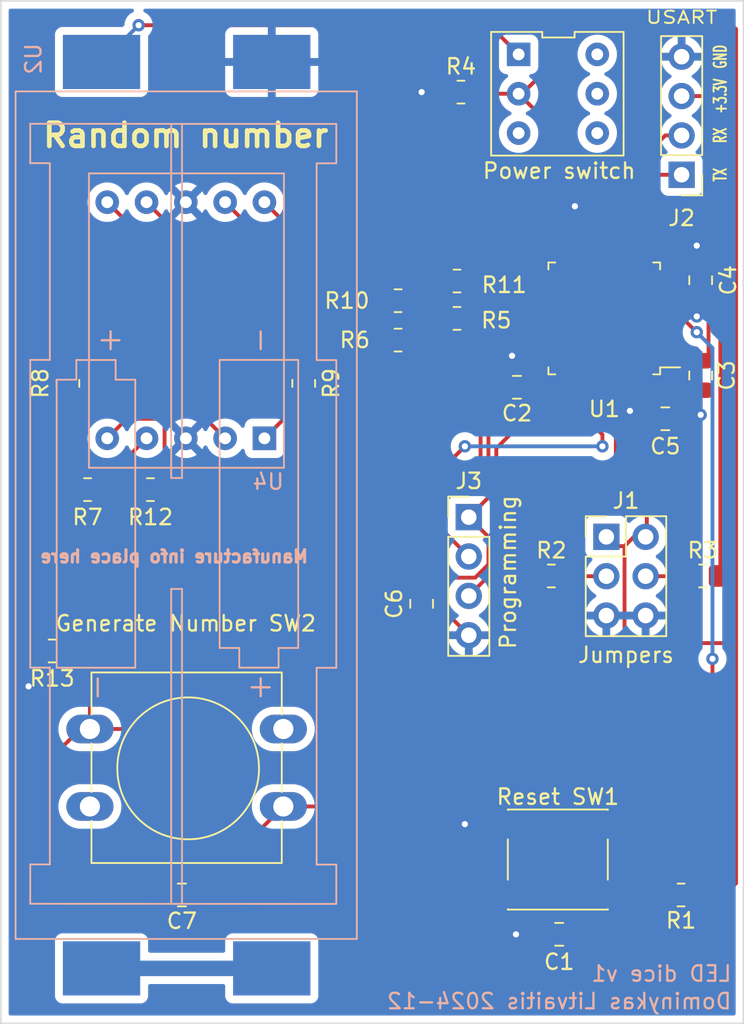
<source format=kicad_pcb>
(kicad_pcb (version 20211014) (generator pcbnew)
  (layers (0 "F.Cu" signal) (31 "B.Cu" signal) (34 "B.Paste" user) (35 "F.Paste" user) (36 "B.SilkS" user "B.Silkscreen") (37 "F.SilkS" user "F.Silkscreen") (38 "B.Mask" user) (39 "F.Mask" user) (44 "Edge.Cuts" user))
  (net 0 "")
  (net 1 "/NRST")
  (net 2 "GND")
  (net 3 "+3.3V")
  (net 4 "/PC13")
  (net 5 "/PC14")
  (net 6 "/PC15")
  (net 7 "/PD0")
  (net 8 "/PD1")
  (net 9 "/PA0")
  (net 10 "/PA1")
  (net 11 "/PA2")
  (net 12 "/PA3")
  (net 13 "/PA4")
  (net 14 "/PA5")
  (net 15 "/PA6")
  (net 16 "/PA7")
  (net 17 "/PB0")
  (net 18 "/PB1")
  (net 19 "Net-(J1-Pad3)")
  (net 20 "/PB12")
  (net 21 "/PB13")
  (net 22 "/PB14")
  (net 23 "/PB15")
  (net 24 "/PA8")
  (net 25 "/PA9")
  (net 26 "/PA10")
  (net 27 "/PA11")
  (net 28 "/PA12")
  (net 29 "Net-(J1-Pad4)")
  (net 30 "/SWDIO")
  (net 31 "/PA15")
  (net 32 "/PB3")
  (net 33 "/PB4")
  (net 34 "/PB5")
  (net 35 "/PB6")
  (net 36 "/PB7")
  (net 37 "/BOOT0")
  (net 38 "/PB8")
  (net 39 "/PB9")
  (net 40 "/SWDCLOCK")
  (net 41 "/BOOT1")
  (net 42 "Net-(R12-Pad2)")
  (net 43 "Net-(R5-Pad2)")
  (net 44 "Net-(R6-Pad2)")
  (net 45 "Net-(R7-Pad2)")
  (net 46 "Net-(R8-Pad2)")
  (net 47 "Net-(R9-Pad2)")
  (net 48 "Net-(R10-Pad2)")
  (net 49 "Net-(R11-Pad2)")
  (net 50 "Net-(U2-Pad2)")
  (net 51 "Net-(U2-Pad4)")
  (net 56 "/USART3_TX")
  (net 57 "/USART3_RX")
  (footprint "Capacitor_SMD:C_0805_2012Metric" (layer "F.Cu") (at 193.36 75.946 180)
    (fp_text reference "C2" (at 0 -1.68) (layer "F.SilkS"))
    (fp_text value "C104" hide)
    (pad "1" smd roundrect (at -0.95 0 180) (size 1 1.45) (layers "F.Cu" "F.Paste" "F.Mask") (net 3 "+3.3V"))
    (pad "2" smd roundrect (at 0.95 0 180) (size 1 1.45) (layers "F.Cu" "F.Paste" "F.Mask") (net 2 "GND"))
  )
  (footprint "Resistor_SMD:R_0805_2012Metric" (layer "F.Cu") (at 189.738 56.896)
    (fp_text reference "R4" (at 0 -1.65) (layer "F.SilkS"))
    (fp_text value "10k" hide)
    (pad "1" smd roundrect (at -0.9125 0) (size 1.025 1.4) (layers "F.Cu" "F.Paste" "F.Mask") (roundrect_rratio 0.243902439) (net 2 "GND"))
    (pad "2" smd roundrect (at 0.9125 0) (size 1.025 1.4) (layers "F.Cu" "F.Paste" "F.Mask") (roundrect_rratio 0.243902439) (net 3 "+3.3V"))
  )
  (footprint "Resistor_SMD:R_0805_2012Metric" (layer "F.Cu") (at 179.578 75.692 -90)
    (fp_text reference "R9" (at 0 -1.778 90) (layer "F.SilkS"))
    (fp_text value "330R" hide)
    (pad "1" smd roundrect (at -0.9125 0 270) (size 1.025 1.4) (layers "F.Cu" "F.Paste" "F.Mask") (roundrect_rratio 0.243902439) (net 23 "/PB15"))
    (pad "2" smd roundrect (at 0.9125 0 270) (size 1.025 1.4) (layers "F.Cu" "F.Paste" "F.Mask") (roundrect_rratio 0.243902439) (net 47 "Net-(R9-Pad2)"))
  )
  (footprint "Resistor_SMD:R_0805_2012Metric" (layer "F.Cu") (at 165.608 82.55)
    (fp_text reference "R7" (at 0 1.778) (layer "F.SilkS"))
    (fp_text value "330R" hide)
    (pad "1" smd roundrect (at -0.9125 0) (size 1.025 1.4) (layers "F.Cu" "F.Paste" "F.Mask") (roundrect_rratio 0.243902439) (net 21 "/PB13"))
    (pad "2" smd roundrect (at 0.9125 0) (size 1.025 1.4) (layers "F.Cu" "F.Paste" "F.Mask") (roundrect_rratio 0.243902439) (net 45 "Net-(R7-Pad2)"))
  )
  (footprint "Resistor_SMD:R_0805_2012Metric" (layer "F.Cu") (at 185.674 70.358 180)
    (fp_text reference "R10" (at 3.302 0) (layer "F.SilkS"))
    (fp_text value "330R" hide)
    (pad "1" smd roundrect (at -0.9125 0 180) (size 1.025 1.4) (layers "F.Cu" "F.Paste" "F.Mask") (roundrect_rratio 0.243902439) (net 25 "/PA9"))
    (pad "2" smd roundrect (at 0.9125 0 180) (size 1.025 1.4) (layers "F.Cu" "F.Paste" "F.Mask") (roundrect_rratio 0.243902439) (net 48 "Net-(R10-Pad2)"))
  )
  (footprint "Capacitor_SMD:C_0805_2012Metric" (layer "F.Cu") (at 205.232 75.184 -90)
    (fp_text reference "C3" (at 0 -1.68 90) (layer "F.SilkS"))
    (fp_text value "C104" hide)
    (pad "1" smd roundrect (at -0.95 0 270) (size 1 1.45) (layers "F.Cu" "F.Paste" "F.Mask") (net 3 "+3.3V"))
    (pad "2" smd roundrect (at 0.95 0 270) (size 1 1.45) (layers "F.Cu" "F.Paste" "F.Mask") (net 2 "GND"))
  )
  (footprint "Resistor_SMD:R_0805_2012Metric" (layer "F.Cu") (at 163.322 92.964)
    (fp_text reference "R13" (at 0 1.778) (layer "F.SilkS"))
    (fp_text value "10k" hide)
    (pad "1" smd roundrect (at -0.9125 0) (size 1.025 1.4) (layers "F.Cu" "F.Paste" "F.Mask") (roundrect_rratio 0.243902439) (net 2 "GND"))
    (pad "2" smd roundrect (at 0.9125 0) (size 1.025 1.4) (layers "F.Cu" "F.Paste" "F.Mask") (roundrect_rratio 0.243902439) (net 35 "/PB6"))
  )
  (footprint "Resistor_SMD:R_0805_2012Metric" (layer "F.Cu") (at 185.674 72.898 180)
    (fp_text reference "R6" (at 2.794 0) (layer "F.SilkS"))
    (fp_text value "330R" hide)
    (pad "1" smd roundrect (at -0.9125 0 180) (size 1.025 1.4) (layers "F.Cu" "F.Paste" "F.Mask") (roundrect_rratio 0.243902439) (net 27 "/PA11"))
    (pad "2" smd roundrect (at 0.9125 0 180) (size 1.025 1.4) (layers "F.Cu" "F.Paste" "F.Mask") (roundrect_rratio 0.243902439) (net 44 "Net-(R6-Pad2)"))
  )
  (footprint "Resistor_SMD:R_0805_2012Metric" (layer "F.Cu") (at 205.3595 88.123)
    (fp_text reference "R3" (at 0 -1.65) (layer "F.SilkS"))
    (fp_text value "100k" hide)
    (pad "1" smd roundrect (at -0.9125 0) (size 1.025 1.4) (layers "F.Cu" "F.Paste" "F.Mask") (roundrect_rratio 0.243902439) (net 29 "Net-(J1-Pad4)"))
    (pad "2" smd roundrect (at 0.9125 0) (size 1.025 1.4) (layers "F.Cu" "F.Paste" "F.Mask") (roundrect_rratio 0.243902439) (net 41 "/BOOT1"))
  )
  (footprint "Resistor_SMD:R_0805_2012Metric" (layer "F.Cu") (at 189.484 69.088 180)
    (fp_text reference "R11" (at -3.048 -0.254) (layer "F.SilkS"))
    (fp_text value "330R" hide)
    (pad "1" smd roundrect (at -0.9125 0 180) (size 1.025 1.4) (layers "F.Cu" "F.Paste" "F.Mask") (roundrect_rratio 0.243902439) (net 24 "/PA8"))
    (pad "2" smd roundrect (at 0.9125 0 180) (size 1.025 1.4) (layers "F.Cu" "F.Paste" "F.Mask") (roundrect_rratio 0.243902439) (net 49 "Net-(R11-Pad2)"))
  )
  (footprint "Connector_PinHeader_2.54mm:PinHeader_1x04_P2.54mm_Vertical" (layer "F.Cu") (at 204 62.23 180)
    (fp_text reference "J2" (at 0 -2.794) (layer "F.SilkS"))
    (fp_text value "USART" (at 0 10.16) (layer "F.SilkS") (effects (font (size 0.8 1) (thickness 0.125))))
    (pad "1" thru_hole rect (at 0 0 180) (size 1.7 1.7) (drill 1) (layers *.Cu *.Mask) (net 56 "/USART3_TX"))
    (pad "2" thru_hole oval (at 0 2.54 180) (size 1.7 1.7) (drill 1) (layers *.Cu *.Mask) (net 57 "/USART3_RX"))
    (pad "3" thru_hole oval (at 0 5.08 180) (size 1.7 1.7) (drill 1) (layers *.Cu *.Mask) (net 3 "+3.3V"))
    (pad "4" thru_hole oval (at 0 7.62 180) (size 1.7 1.7) (drill 1) (layers *.Cu *.Mask) (net 2 "GND"))
  )
  (footprint "Resistor_SMD:R_0805_2012Metric" (layer "F.Cu") (at 164.338 75.692 -90)
    (fp_text reference "R8" (at 0 1.778 90) (layer "F.SilkS"))
    (fp_text value "330R" hide)
    (pad "1" smd roundrect (at -0.9125 0 270) (size 1.025 1.4) (layers "F.Cu" "F.Paste" "F.Mask") (roundrect_rratio 0.243902439) (net 22 "/PB14"))
    (pad "2" smd roundrect (at 0.9125 0 270) (size 1.025 1.4) (layers "F.Cu" "F.Paste" "F.Mask") (roundrect_rratio 0.243902439) (net 46 "Net-(R8-Pad2)"))
  )
  (footprint "Connector_PinHeader_2.54mm:PinHeader_2x03_P2.54mm_Vertical" (layer "F.Cu") (at 199.136 85.598)
    (fp_text reference "J1" (at 1.27 -2.33) (layer "F.SilkS"))
    (fp_text value "STM32_BOOT_Header_2x3" hide)
    (pad "1" thru_hole rect (at 0 0) (size 1.7 1.7) (drill 1) (layers *.Cu *.Mask) (net 3 "+3.3V"))
    (pad "2" thru_hole oval (at 2.54 0) (size 1.7 1.7) (drill 1) (layers *.Cu *.Mask) (net 3 "+3.3V"))
    (pad "3" thru_hole oval (at 0 2.54) (size 1.7 1.7) (drill 1) (layers *.Cu *.Mask) (net 19 "Net-(J1-Pad3)"))
    (pad "4" thru_hole oval (at 2.54 2.54) (size 1.7 1.7) (drill 1) (layers *.Cu *.Mask) (net 29 "Net-(J1-Pad4)"))
    (pad "5" thru_hole oval (at 0 5.08) (size 1.7 1.7) (drill 1) (layers *.Cu *.Mask) (net 2 "GND"))
    (pad "6" thru_hole oval (at 2.54 5.08) (size 1.7 1.7) (drill 1) (layers *.Cu *.Mask) (net 2 "GND"))
  )
  (footprint "Button_Switch_THT:SW_PUSH-12mm" (layer "F.Cu") (at 165.76 98)
    (fp_text reference "Generate Number SW2" (at 6.198 -6.814) (layer "F.SilkS"))
    (fp_text value "SW_Push" hide)
    (pad "1" thru_hole oval (at 12.5 0) (size 3.048 1.85) (drill 1.3) (layers *.Cu *.Mask) (net 35 "/PB6"))
    (pad "1" thru_hole oval (at 0 0) (size 3.048 1.85) (drill 1.3) (layers *.Cu *.Mask) (net 35 "/PB6"))
    (pad "2" thru_hole oval (at 12.5 5) (size 3.048 1.85) (drill 1.3) (layers *.Cu *.Mask) (net 3 "+3.3V"))
    (pad "2" thru_hole oval (at 0 5) (size 3.048 1.85) (drill 1.3) (layers *.Cu *.Mask) (net 3 "+3.3V"))
  )
  (footprint "Capacitor_SMD:C_0805_2012Metric" (layer "F.Cu") (at 202.946 77.978)
    (fp_text reference "C5" (at 0 1.778) (layer "F.SilkS"))
    (fp_text value "C104" hide)
    (pad "1" smd roundrect (at -0.95 0) (size 1 1.45) (layers "F.Cu" "F.Paste" "F.Mask") (net 3 "+3.3V"))
    (pad "2" smd roundrect (at 0.95 0) (size 1 1.45) (layers "F.Cu" "F.Paste" "F.Mask") (net 2 "GND"))
  )
  (footprint "Resistor_SMD:R_0805_2012Metric" (layer "F.Cu") (at 203.962 108.712 180)
    (fp_text reference "R1" (at 0 -1.65) (layer "F.SilkS"))
    (fp_text value "10k" hide)
    (pad "1" smd roundrect (at -0.9125 0 180) (size 1.025 1.4) (layers "F.Cu" "F.Paste" "F.Mask") (roundrect_rratio 0.243902439) (net 3 "+3.3V"))
    (pad "2" smd roundrect (at 0.9125 0 180) (size 1.025 1.4) (layers "F.Cu" "F.Paste" "F.Mask") (roundrect_rratio 0.243902439) (net 1 "/NRST"))
  )
  (footprint "Capacitor_SMD:C_0805_2012Metric" (layer "F.Cu") (at 205.232 69.038 90)
    (fp_text reference "C4" (at 0 1.778 90) (layer "F.SilkS"))
    (fp_text value "C104" hide)
    (pad "1" smd roundrect (at -0.95 0 90) (size 1 1.45) (layers "F.Cu" "F.Paste" "F.Mask") (net 3 "+3.3V"))
    (pad "2" smd roundrect (at 0.95 0 90) (size 1 1.45) (layers "F.Cu" "F.Paste" "F.Mask") (net 2 "GND"))
  )
  (footprint "Package_QFP:LQFP-48_7x7mm_P0.5mm" (layer "F.Cu") (at 199 71.5 180)
    (fp_text reference "U1" (at 0 -5.85) (layer "F.SilkS"))
    (fp_text value "STM32F103C8Tx" hide)
    (pad "1" smd roundrect (at -4.1625 -2.75 180) (size 1.475 0.3) (layers "F.Cu" "F.Paste" "F.Mask") (net 3 "+3.3V"))
    (pad "2" smd roundrect (at -4.1625 -2.25 180) (size 1.475 0.3) (layers "F.Cu" "F.Paste" "F.Mask") (net 4 "/PC13"))
    (pad "3" smd roundrect (at -4.1625 -1.75 180) (size 1.475 0.3) (layers "F.Cu" "F.Paste" "F.Mask") (net 5 "/PC14"))
    (pad "4" smd roundrect (at -4.1625 -1.25 180) (size 1.475 0.3) (layers "F.Cu" "F.Paste" "F.Mask") (net 6 "/PC15"))
    (pad "5" smd roundrect (at -4.1625 -0.75 180) (size 1.475 0.3) (layers "F.Cu" "F.Paste" "F.Mask") (net 7 "/PD0"))
    (pad "6" smd roundrect (at -4.1625 -0.25 180) (size 1.475 0.3) (layers "F.Cu" "F.Paste" "F.Mask") (net 8 "/PD1"))
    (pad "7" smd roundrect (at -4.1625 0.25 180) (size 1.475 0.3) (layers "F.Cu" "F.Paste" "F.Mask") (net 1 "/NRST"))
    (pad "8" smd roundrect (at -4.1625 0.75 180) (size 1.475 0.3) (layers "F.Cu" "F.Paste" "F.Mask") (net 2 "GND"))
    (pad "9" smd roundrect (at -4.1625 1.25 180) (size 1.475 0.3) (layers "F.Cu" "F.Paste" "F.Mask") (net 3 "+3.3V"))
    (pad "10" smd roundrect (at -4.1625 1.75 180) (size 1.475 0.3) (layers "F.Cu" "F.Paste" "F.Mask") (net 9 "/PA0"))
    (pad "11" smd roundrect (at -4.1625 2.25 180) (size 1.475 0.3) (layers "F.Cu" "F.Paste" "F.Mask") (net 10 "/PA1"))
    (pad "12" smd roundrect (at -4.1625 2.75 180) (size 1.475 0.3) (layers "F.Cu" "F.Paste" "F.Mask") (net 11 "/PA2"))
    (pad "13" smd roundrect (at -2.75 4.1625 180) (size 0.3 1.475) (layers "F.Cu" "F.Paste" "F.Mask") (net 12 "/PA3"))
    (pad "14" smd roundrect (at -2.25 4.1625 180) (size 0.3 1.475) (layers "F.Cu" "F.Paste" "F.Mask") (net 13 "/PA4"))
    (pad "15" smd roundrect (at -1.75 4.1625 180) (size 0.3 1.475) (layers "F.Cu" "F.Paste" "F.Mask") (net 14 "/PA5"))
    (pad "16" smd roundrect (at -1.25 4.1625 180) (size 0.3 1.475) (layers "F.Cu" "F.Paste" "F.Mask") (net 15 "/PA6"))
    (pad "17" smd roundrect (at -0.75 4.1625 180) (size 0.3 1.475) (layers "F.Cu" "F.Paste" "F.Mask") (net 16 "/PA7"))
    (pad "18" smd roundrect (at -0.25 4.1625 180) (size 0.3 1.475) (layers "F.Cu" "F.Paste" "F.Mask") (net 17 "/PB0"))
    (pad "19" smd roundrect (at 0.25 4.1625 180) (size 0.3 1.475) (layers "F.Cu" "F.Paste" "F.Mask") (net 18 "/PB1"))
    (pad "20" smd roundrect (at 0.75 4.1625 180) (size 0.3 1.475) (layers "F.Cu" "F.Paste" "F.Mask") (net 41 "/BOOT1"))
    (pad "21" smd roundrect (at 1.25 4.1625 180) (size 0.3 1.475) (layers "F.Cu" "F.Paste" "F.Mask") (net 56 "/USART3_TX"))
    (pad "22" smd roundrect (at 1.75 4.1625 180) (size 0.3 1.475) (layers "F.Cu" "F.Paste" "F.Mask") (net 57 "/USART3_RX"))
    (pad "23" smd roundrect (at 2.25 4.1625 180) (size 0.3 1.475) (layers "F.Cu" "F.Paste" "F.Mask") (net 2 "GND"))
    (pad "24" smd roundrect (at 2.75 4.1625 180) (size 0.3 1.475) (layers "F.Cu" "F.Paste" "F.Mask") (net 3 "+3.3V"))
    (pad "25" smd roundrect (at 4.1625 2.75 180) (size 1.475 0.3) (layers "F.Cu" "F.Paste" "F.Mask") (net 20 "/PB12"))
    (pad "26" smd roundrect (at 4.1625 2.25 180) (size 1.475 0.3) (layers "F.Cu" "F.Paste" "F.Mask") (net 21 "/PB13"))
    (pad "27" smd roundrect (at 4.1625 1.75 180) (size 1.475 0.3) (layers "F.Cu" "F.Paste" "F.Mask") (net 22 "/PB14"))
    (pad "28" smd roundrect (at 4.1625 1.25 180) (size 1.475 0.3) (layers "F.Cu" "F.Paste" "F.Mask") (net 23 "/PB15"))
    (pad "29" smd roundrect (at 4.1625 0.75 180) (size 1.475 0.3) (layers "F.Cu" "F.Paste" "F.Mask") (net 24 "/PA8"))
    (pad "30" smd roundrect (at 4.1625 0.25 180) (size 1.475 0.3) (layers "F.Cu" "F.Paste" "F.Mask") (net 25 "/PA9"))
    (pad "31" smd roundrect (at 4.1625 -0.25 180) (size 1.475 0.3) (layers "F.Cu" "F.Paste" "F.Mask") (net 26 "/PA10"))
    (pad "32" smd roundrect (at 4.1625 -0.75 180) (size 1.475 0.3) (layers "F.Cu" "F.Paste" "F.Mask") (net 27 "/PA11"))
    (pad "33" smd roundrect (at 4.1625 -1.25 180) (size 1.475 0.3) (layers "F.Cu" "F.Paste" "F.Mask") (net 28 "/PA12"))
    (pad "34" smd roundrect (at 4.1625 -1.75 180) (size 1.475 0.3) (layers "F.Cu" "F.Paste" "F.Mask") (net 30 "/SWDIO"))
    (pad "35" smd roundrect (at 4.1625 -2.25 180) (size 1.475 0.3) (layers "F.Cu" "F.Paste" "F.Mask") (net 2 "GND"))
    (pad "36" smd roundrect (at 4.1625 -2.75 180) (size 1.475 0.3) (layers "F.Cu" "F.Paste" "F.Mask") (net 3 "+3.3V"))
    (pad "37" smd roundrect (at 2.75 -4.1625 180) (size 0.3 1.475) (layers "F.Cu" "F.Paste" "F.Mask") (net 40 "/SWDCLOCK"))
    (pad "38" smd roundrect (at 2.25 -4.1625 180) (size 0.3 1.475) (layers "F.Cu" "F.Paste" "F.Mask") (net 31 "/PA15"))
    (pad "39" smd roundrect (at 1.75 -4.1625 180) (size 0.3 1.475) (layers "F.Cu" "F.Paste" "F.Mask") (net 32 "/PB3"))
    (pad "40" smd roundrect (at 1.25 -4.1625 180) (size 0.3 1.475) (layers "F.Cu" "F.Paste" "F.Mask") (net 33 "/PB4"))
    (pad "41" smd roundrect (at 0.75 -4.1625 180) (size 0.3 1.475) (layers "F.Cu" "F.Paste" "F.Mask") (net 34 "/PB5"))
    (pad "42" smd roundrect (at 0.25 -4.1625 180) (size 0.3 1.475) (layers "F.Cu" "F.Paste" "F.Mask") (net 35 "/PB6"))
    (pad "43" smd roundrect (at -0.25 -4.1625 180) (size 0.3 1.475) (layers "F.Cu" "F.Paste" "F.Mask") (net 36 "/PB7"))
    (pad "44" smd roundrect (at -0.75 -4.1625 180) (size 0.3 1.475) (layers "F.Cu" "F.Paste" "F.Mask") (net 37 "/BOOT0"))
    (pad "45" smd roundrect (at -1.25 -4.1625 180) (size 0.3 1.475) (layers "F.Cu" "F.Paste" "F.Mask") (net 38 "/PB8"))
    (pad "46" smd roundrect (at -1.75 -4.1625 180) (size 0.3 1.475) (layers "F.Cu" "F.Paste" "F.Mask") (net 39 "/PB9"))
    (pad "47" smd roundrect (at -2.25 -4.1625 180) (size 0.3 1.475) (layers "F.Cu" "F.Paste" "F.Mask") (net 2 "GND"))
    (pad "48" smd roundrect (at -2.75 -4.1625 180) (size 0.3 1.475) (layers "F.Cu" "F.Paste" "F.Mask") (net 3 "+3.3V"))
  )
  (footprint "Resistor_SMD:R_0805_2012Metric" (layer "F.Cu") (at 189.484 71.5 180)
    (fp_text reference "R5" (at -2.54 -0.128) (layer "F.SilkS"))
    (fp_text value "330R" hide)
    (pad "1" smd roundrect (at -0.9125 0 180) (size 1.025 1.4) (layers "F.Cu" "F.Paste" "F.Mask") (roundrect_rratio 0.243902439) (net 26 "/PA10"))
    (pad "2" smd roundrect (at 0.9125 0 180) (size 1.025 1.4) (layers "F.Cu" "F.Paste" "F.Mask") (roundrect_rratio 0.243902439) (net 43 "Net-(R5-Pad2)"))
  )
  (footprint "Resistor_SMD:R_0805_2012Metric" (layer "F.Cu") (at 169.672 82.55)
    (fp_text reference "R12" (at 0 1.778) (layer "F.SilkS"))
    (fp_text value "330R" hide)
    (pad "1" smd roundrect (at -0.9125 0) (size 1.025 1.4) (layers "F.Cu" "F.Paste" "F.Mask") (roundrect_rratio 0.243902439) (net 20 "/PB12"))
    (pad "2" smd roundrect (at 0.9125 0) (size 1.025 1.4) (layers "F.Cu" "F.Paste" "F.Mask") (roundrect_rratio 0.243902439) (net 42 "Net-(R12-Pad2)"))
  )
  (footprint "Button_Switch_SMD:SW_Push_1P1T_NO_6x6mm_H9.5mm" (layer "F.Cu") (at 196 106.426)
    (fp_text reference "Reset SW1" (at 0 -4.05) (layer "F.SilkS"))
    (fp_text value "SW_Push" hide)
    (pad "1" smd rect (at -3.975 -2.25) (size 1.55 1.3) (layers "F.Cu" "F.Paste" "F.Mask") (net 2 "GND"))
    (pad "1" smd rect (at 3.975 -2.25) (size 1.55 1.3) (layers "F.Cu" "F.Paste" "F.Mask") (net 2 "GND"))
    (pad "2" smd rect (at -3.975 2.25) (size 1.55 1.3) (layers "F.Cu" "F.Paste" "F.Mask") (net 1 "/NRST"))
    (pad "2" smd rect (at 3.975 2.25) (size 1.55 1.3) (layers "F.Cu" "F.Paste" "F.Mask") (net 1 "/NRST"))
  )
  (footprint "Capacitor_SMD:C_0805_2012Metric" (layer "F.Cu") (at 171.704 108.712 180)
    (fp_text reference "C7" (at 0 -1.68) (layer "F.SilkS"))
    (fp_text value "105" hide)
    (pad "1" smd roundrect (at -0.95 0 180) (size 1 1.45) (layers "F.Cu" "F.Paste" "F.Mask") (net 3 "+3.3V"))
    (pad "2" smd roundrect (at 0.95 0 180) (size 1 1.45) (layers "F.Cu" "F.Paste" "F.Mask") (net 35 "/PB6"))
  )
  (footprint "Capacitor_SMD:C_0805_2012Metric" (layer "F.Cu") (at 196.088 111.252 180)
    (fp_text reference "C1" (at 0 -1.778) (layer "F.SilkS"))
    (fp_text value "105" hide)
    (pad "1" smd roundrect (at -0.95 0 180) (size 1 1.45) (layers "F.Cu" "F.Paste" "F.Mask") (net 1 "/NRST"))
    (pad "2" smd roundrect (at 0.95 0 180) (size 1 1.45) (layers "F.Cu" "F.Paste" "F.Mask") (net 2 "GND"))
  )
  (footprint "Connector_PinHeader_2.54mm:PinHeader_1x04_P2.54mm_Vertical" (layer "F.Cu") (at 190.246 84.328)
    (fp_text reference "J3" (at 0 -2.33) (layer "F.SilkS"))
    (fp_text value "STM32_Programming_Header_4" hide)
    (pad "1" thru_hole rect (at 0 0) (size 1.7 1.7) (drill 1) (layers *.Cu *.Mask) (net 3 "+3.3V"))
    (pad "2" thru_hole oval (at 0 2.54) (size 1.7 1.7) (drill 1) (layers *.Cu *.Mask) (net 30 "/SWDIO"))
    (pad "3" thru_hole oval (at 0 5.08) (size 1.7 1.7) (drill 1) (layers *.Cu *.Mask) (net 40 "/SWDCLOCK"))
    (pad "4" thru_hole oval (at 0 7.62) (size 1.7 1.7) (drill 1) (layers *.Cu *.Mask) (net 2 "GND"))
  )
  (footprint "Capacitor_SMD:C_0805_2012Metric" (layer "F.Cu") (at 187.198 89.916 -90)
    (fp_text reference "C6" (at 0 1.778 90) (layer "F.SilkS"))
    (fp_text value "105" hide)
    (pad "1" smd roundrect (at -0.95 0 270) (size 1 1.45) (layers "F.Cu" "F.Paste" "F.Mask") (net 3 "+3.3V"))
    (pad "2" smd roundrect (at 0.95 0 270) (size 1 1.45) (layers "F.Cu" "F.Paste" "F.Mask") (net 2 "GND"))
  )
  (footprint "Resistor_SMD:R_0805_2012Metric" (layer "F.Cu") (at 195.58 88.123)
    (fp_text reference "R2" (at 0 -1.65) (layer "F.SilkS"))
    (fp_text value "100k" hide)
    (pad "1" smd roundrect (at -0.9125 0) (size 1.025 1.4) (layers "F.Cu" "F.Paste" "F.Mask") (roundrect_rratio 0.243902439) (net 37 "/BOOT0"))
    (pad "2" smd roundrect (at 0.9125 0) (size 1.025 1.4) (layers "F.Cu" "F.Paste" "F.Mask") (roundrect_rratio 0.243902439) (net 19 "Net-(J1-Pad3)"))
  )
  (footprint "1_DL:SW_DPDT_XLX" (layer "F.Cu") (at 195.5 57 -90)
    (fp_text reference "U3" hide)
    (fp_text value "SW_DPDT_XLX" hide)
    (pad "1" thru_hole rect (at -2.54 2.032 270) (size 1.524 1.524) (drill 0.762) (layers *.Cu *.Mask) (net 51 "Net-(U2-Pad4)"))
    (pad "2" thru_hole circle (at 0 2.032 270) (size 1.524 1.524) (drill 0.762) (layers *.Cu *.Mask) (net 3 "+3.3V"))
    (pad "3" thru_hole circle (at 2.54 2.032 270) (size 1.524 1.524) (drill 0.762) (layers *.Cu *.Mask))
    (pad "4" thru_hole circle (at 2.54 -3.048 270) (size 1.524 1.524) (drill 0.762) (layers *.Cu *.Mask))
    (pad "5" thru_hole circle (at 0 -3.048 270) (size 1.524 1.524) (drill 0.762) (layers *.Cu *.Mask))
    (pad "6" thru_hole circle (at -2.54 -3.048 270) (size 1.524 1.524) (drill 0.762) (layers *.Cu *.Mask))
  )
  (footprint "1_DL:7_Seg_5161AS" (layer "B.Cu") (at 177.04 79.24 180)
    (fp_text reference "U4" (at -0.252 -2.802 unlocked) (layer "B.SilkS") (effects (justify mirror)))
    (fp_text value "7_seg_5161AS_CC" hide)
    (pad "1" thru_hole rect (at 0 0 180) (size 1.524 1.524) (drill 0.762) (layers *.Cu *.Mask) (net 47 "Net-(R9-Pad2)"))
    (pad "2" thru_hole circle (at 2.54 0 180) (size 1.524 1.524) (drill 0.762) (layers *.Cu *.Mask) (net 46 "Net-(R8-Pad2)"))
    (pad "3" thru_hole circle (at 5.08 0 180) (size 1.524 1.524) (drill 0.762) (layers *.Cu *.Mask) (net 2 "GND"))
    (pad "4" thru_hole circle (at 7.62 0 180) (size 1.524 1.524) (drill 0.762) (layers *.Cu *.Mask) (net 45 "Net-(R7-Pad2)"))
    (pad "5" thru_hole circle (at 10.16 0 180) (size 1.524 1.524) (drill 0.762) (layers *.Cu *.Mask) (net 42 "Net-(R12-Pad2)"))
    (pad "6" thru_hole circle (at 10.16 15.24 180) (size 1.524 1.524) (drill 0.762) (layers *.Cu *.Mask) (net 44 "Net-(R6-Pad2)"))
    (pad "7" thru_hole circle (at 7.62 15.24 180) (size 1.524 1.524) (drill 0.762) (layers *.Cu *.Mask) (net 43 "Net-(R5-Pad2)"))
    (pad "8" thru_hole circle (at 5.08 15.24 180) (size 1.524 1.524) (drill 0.762) (layers *.Cu *.Mask) (net 2 "GND"))
    (pad "9" thru_hole circle (at 2.54 15.24 180) (size 1.524 1.524) (drill 0.762) (layers *.Cu *.Mask) (net 48 "Net-(R10-Pad2)"))
    (pad "10" thru_hole circle (at 0 15.24 180) (size 1.524 1.524) (drill 0.762) (layers *.Cu *.Mask) (net 49 "Net-(R11-Pad2)"))
  )
  (footprint "1_DL:2xAAA_Battery_Holder_SMD" (layer "B.Cu") (at 167.0125 59.55 -90)
    (fp_text reference "U2" (at -4.8 4.9 90) (layer "B.SilkS") (effects (justify mirror)))
    (fp_text value "1023")
    (fp_text user "-" (at 13.36 -9.67 90) (layer "B.SilkS") (effects (font (size 1.5 1.5)) (justify mirror)))
    (fp_text user "-" (at 35.765 0.86 90) (layer "B.SilkS") (effects (font (size 1.5 1.5)) (justify mirror)))
    (fp_text user "+" (at 35.76 -9.67 90) (layer "B.SilkS") (effects (font (size 1.5 1.5)) (justify mirror)))
    (fp_text user "+" (at 13.36 0.03 90) (layer "B.SilkS") (effects (font (size 1.5 1.5)) (justify mirror)))
    (pad "1" smd rect (at -4.6 -10.5 270) (size 3.5 5) (layers "B.Cu" "B.Paste" "B.Mask") (net 2 "GND"))
    (pad "2" smd rect (at 53.9 -10.5 270) (size 3.5 5) (layers "B.Cu" "B.Paste" "B.Mask") (net 50 "Net-(U2-Pad2)"))
    (pad "3" smd rect (at 53.9 0.5 270) (size 3.5 5) (layers "B.Cu" "B.Paste" "B.Mask") (net 50 "Net-(U2-Pad2)"))
    (pad "4" smd rect (at -4.6 0.5 270) (size 3.5 5) (layers "B.Cu" "B.Paste" "B.Mask") (net 51 "Net-(U2-Pad4)"))
  )
  (gr_line (start 160 117) (end 160 51) (layer "Edge.Cuts") (width 0.1))
  (gr_line (start 208 51) (end 208 117) (layer "Edge.Cuts") (width 0.1))
  (gr_line (start 160 51) (end 208 51) (layer "Edge.Cuts") (width 0.1))
  (gr_line (start 208 117) (end 160 117) (layer "Edge.Cuts") (width 0.1))
  (gr_text "Manufacture info place here" (at 171.196 86.868) (layer "B.SilkS") (effects (font (size 0.8 0.8) (thickness 0.2)) (justify mirror)))
  (gr_text "LED dice v1" (at 202.692 113.792) (layer "B.SilkS") (effects (font (size 1 1)) (justify mirror)))
  (gr_text "Dominykas Litvaitis 2024-12" (at 196.088 115.57) (layer "B.SilkS") (effects (font (size 1 1)) (justify mirror)))
  (gr_text "Jumpers" (at 200.406 93.218) (layer "F.SilkS") (effects (font (size 1 1))))
  (gr_text "+3.3V" (at 206.502 57.15 90) (layer "F.SilkS") (effects (font (size 0.8 0.5) (thickness 0.125))))
  (gr_text "Power switch" (at 196.088 61.976) (layer "F.SilkS") (effects (font (size 1 1))))
  (gr_text "GND" (at 206.502 54.61 90) (layer "F.SilkS") (effects (font (size 0.8 0.5) (thickness 0.125))))
  (gr_text "Programming" (at 192.786 87.884 90) (layer "F.SilkS") (effects (font (size 1 1))))
  (gr_text "Random number" (at 171.958 59.69) (layer "F.SilkS") (effects (font (size 1.5 1.5) (thickness 0.3))))
  (gr_text "RX" (at 206.502 59.69 90) (layer "F.SilkS") (effects (font (size 0.8 0.5) (thickness 0.125))))
  (gr_text "TX" (at 206.502 62.23 90) (layer "F.SilkS") (effects (font (size 0.8 0.5) (thickness 0.125))))
  (segment (start 204.253 71.487569) (end 204.253 71.674305) (width 0.25) (layer "F.Cu") (net 1))
  (segment (start 199.975 110.667) (end 199.39 111.252) (width 0.25) (layer "F.Cu") (net 1))
  (segment (start 203.0135 108.676) (end 199.975 108.676) (width 0.25) (layer "F.Cu") (net 1))
  (segment (start 199.39 111.252) (end 197.038 111.252) (width 0.25) (layer "F.Cu") (net 1))
  (segment (start 204.968695 72.39) (end 204.978 72.39) (width 0.25) (layer "F.Cu") (net 1))
  (segment (start 203.0495 108.712) (end 203.0135 108.676) (width 0.25) (layer "F.Cu") (net 1))
  (segment (start 203.1625 71.25) (end 204.015431 71.25) (width 0.25) (layer "F.Cu") (net 1))
  (segment (start 205.994 93.472) (end 205.994 106.066827) (width 0.25) (layer "F.Cu") (net 1))
  (segment (start 204.253 71.674305) (end 204.968695 72.39) (width 0.25) (layer "F.Cu") (net 1))
  (segment (start 205.994 106.066827) (end 203.348827 108.712) (width 0.25) (layer "F.Cu") (net 1))
  (segment (start 199.975 108.676) (end 199.975 110.667) (width 0.25) (layer "F.Cu") (net 1))
  (segment (start 203.348827 108.712) (end 203.0495 108.712) (width 0.25) (layer "F.Cu") (net 1))
  (segment (start 204.015431 71.25) (end 204.253 71.487569) (width 0.25) (layer "F.Cu") (net 1))
  (via (at 204.978 72.39) (size 0.8) (drill 0.4) (layers "F.Cu" "B.Cu") (net 1))
  (via (at 205.994 93.472) (size 0.8) (drill 0.4) (layers "F.Cu" "B.Cu") (net 1))
  (segment (start 205.994 73.406) (end 205.994 93.472) (width 0.25) (layer "B.Cu") (net 1))
  (segment (start 204.978 72.39) (end 205.994 73.406) (width 0.25) (layer "B.Cu") (net 1))
  (segment (start 193.229 73.725) (end 193.04 73.914) (width 0.25) (layer "F.Cu") (net 2))
  (segment (start 190.028 104.176) (end 189.992 104.14) (width 0.25) (layer "F.Cu") (net 2))
  (segment (start 194.8375 73.725) (end 194.818 73.725) (width 0.25) (layer "F.Cu") (net 2))
  (segment (start 194.8375 73.75) (end 194.8375 73.725) (width 0.25) (layer "F.Cu") (net 2))
  (segment (start 161.798 95.25) (end 161.798 95.0995) (width 0.25) (layer "F.Cu") (net 2))
  (segment (start 201.25 75.6625) (end 201.225 75.6625) (width 0.25) (layer "F.Cu") (net 2))
  (segment (start 161.798 95.0995) (end 162.4095 94.488) (width 0.25) (layer "F.Cu") (net 2))
  (segment (start 201.225 75.6625) (end 201.225 75.692) (width 0.25) (layer "F.Cu") (net 2))
  (segment (start 196.75 64.616) (end 196.75 67.3375) (width 0.25) (layer "F.Cu") (net 2))
  (segment (start 189.164 90.866) (end 187.198 90.866) (width 0.25) (layer "F.Cu") (net 2))
  (segment (start 197.104 64.262) (end 196.75 64.616) (width 0.25) (layer "F.Cu") (net 2))
  (segment (start 203.896 77.978) (end 204.978 77.978) (width 0.25) (layer "F.Cu") (net 2))
  (segment (start 190.246 91.948) (end 189.164 90.866) (width 0.25) (layer "F.Cu") (net 2))
  (segment (start 192.41 74.544) (end 192.41 75.946) (width 0.25) (layer "F.Cu") (net 2))
  (segment (start 204.978 71.374) (end 204.775827 71.374) (width 0.25) (layer "F.Cu") (net 2))
  (segment (start 204.775827 71.374) (end 204.151827 70.75) (width 0.25) (layer "F.Cu") (net 2))
  (segment (start 204.978 77.978) (end 205.232 77.724) (width 0.25) (layer "F.Cu") (net 2))
  (segment (start 201.225 75.692) (end 201.225 76.905) (width 0.25) (layer "F.Cu") (net 2))
  (segment (start 204.978 77.47) (end 205.232 77.724) (width 0.25) (layer "F.Cu") (net 2))
  (segment (start 204.978 76.2) (end 204.978 77.47) (width 0.25) (layer "F.Cu") (net 2))
  (segment (start 188.8255 56.896) (end 187.198 56.896) (width 0.25) (layer "F.Cu") (net 2))
  (segment (start 204.151827 70.75) (end 203.1625 70.75) (width 0.25) (layer "F.Cu") (net 2))
  (segment (start 204.978 76.134) (end 204.978 76.2) (width 0.25) (layer "F.Cu") (net 2))
  (segment (start 194.818 73.725) (end 193.229 73.725) (width 0.25) (layer "F.Cu") (net 2))
  (segment (start 195.138 111.252) (end 193.294 111.252) (width 0.25) (layer "F.Cu") (net 2))
  (segment (start 201.225 76.905) (end 200.66 77.47) (width 0.25) (layer "F.Cu") (net 2))
  (segment (start 193.04 73.914) (end 192.41 74.544) (width 0.25) (layer "F.Cu") (net 2))
  (segment (start 162.4095 94.488) (end 162.4095 92.964) (width 0.25) (layer "F.Cu") (net 2))
  (segment (start 192.025 104.176) (end 190.028 104.176) (width 0.25) (layer "F.Cu") (net 2))
  (segment (start 204.978 68.138) (end 204.978 66.802) (width 0.25) (layer "F.Cu") (net 2))
  (via (at 197.104 64.262) (size 0.8) (drill 0.4) (layers "F.Cu" "B.Cu") (net 2))
  (via (at 204.978 66.802) (size 0.8) (drill 0.4) (layers "F.Cu" "B.Cu") (net 2))
  (via (at 205.232 77.724) (size 0.8) (drill 0.4) (layers "F.Cu" "B.Cu") (net 2))
  (via (at 189.992 104.14) (size 0.8) (drill 0.4) (layers "F.Cu" "B.Cu") (net 2))
  (via (at 193.294 111.252) (size 0.8) (drill 0.4) (layers "F.Cu" "B.Cu") (net 2))
  (via (at 200.66 77.47) (size 0.8) (drill 0.4) (layers "F.Cu" "B.Cu") (net 2))
  (via (at 187.198 56.896) (size 0.8) (drill 0.4) (layers "F.Cu" "B.Cu") (net 2))
  (via (at 204.978 71.374) (size 0.8) (drill 0.4) (layers "F.Cu" "B.Cu") (net 2))
  (via (at 193.04 73.914) (size 0.8) (drill 0.4) (layers "F.Cu" "B.Cu") (net 2))
  (via (at 161.798 95.25) (size 0.8) (drill 0.4) (layers "F.Cu" "B.Cu") (net 2))
  (segment (start 172.654 108.712) (end 172.654 108.606) (width 0.25) (layer "F.Cu") (net 3))
  (segment (start 207.518 107.95) (end 206.756 108.712) (width 0.25) (layer "F.Cu") (net 3))
  (segment (start 196.25 67.3375) (end 196.25 59.782) (width 0.25) (layer "F.Cu") (net 3))
  (segment (start 191.516 77.5715) (end 192.0915 76.996) (width 0.25) (layer "F.Cu") (net 3))
  (segment (start 191.516 87.376) (end 190.659 88.233) (width 0.25) (layer "F.Cu") (net 3))
  (segment (start 205.74 70.612) (end 205.74 73.914) (width 0.25) (layer "F.Cu") (net 3))
  (segment (start 190.246 84.328) (end 191.516 85.598) (width 0.25) (layer "F.Cu") (net 3))
  (segment (start 193.468 57) (end 193.698 57) (width 0.25) (layer "F.Cu") (net 3))
  (segment (start 178.26 103) (end 181.232 103) (width 0.25) (layer "F.Cu") (net 3))
  (segment (start 200.311 86.201) (end 200.914 85.598) (width 0.25) (layer "F.Cu") (net 3))
  (segment (start 190.659 88.233) (end 187.931 88.233) (width 0.25) (layer "F.Cu") (net 3))
  (segment (start 205.74 73.914) (end 205.404 74.25) (width 0.25) (layer "F.Cu") (net 3))
  (segment (start 206.756 108.712) (end 204.8745 108.712) (width 0.25) (layer "F.Cu") (net 3))
  (segment (start 196.25 59.782) (end 193.468 57) (width 0.25) (layer "F.Cu") (net 3))
  (segment (start 200.311 91.853) (end 200.311 86.201) (width 0.25) (layer "F.Cu") (net 3))
  (segment (start 194.8375 74.25) (end 194.8375 75.4185) (width 0.25) (layer "F.Cu") (net 3))
  (segment (start 200.914 92.456) (end 200.311 91.853) (width 0.25) (layer "F.Cu") (net 3))
  (segment (start 190.7545 57) (end 190.6505 56.896) (width 0.25) (layer "F.Cu") (net 3))
  (segment (start 200.914 85.598) (end 201.676 85.598) (width 0.25) (layer "F.Cu") (net 3))
  (segment (start 187.931 88.233) (end 187.198 88.966) (width 0.25) (layer "F.Cu") (net 3))
  (segment (start 199.739 86.201) (end 200.311 86.201) (width 0.25) (layer "F.Cu") (net 3))
  (segment (start 193.26 76.996) (end 194.31 75.946) (width 0.25) (layer "F.Cu") (net 3))
  (segment (start 204 57.15) (end 207.518 57.15) (width 0.25) (layer "F.Cu") (net 3))
  (segment (start 207.518 92.456) (end 200.914 92.456) (width 0.25) (layer "F.Cu") (net 3))
  (segment (start 207.518 52.832) (end 207.518 57.15) (width 0.25) (layer "F.Cu") (net 3))
  (segment (start 199.136 85.598) (end 199.739 86.201) (width 0.25) (layer "F.Cu") (net 3))
  (segment (start 201.75 75.6625) (end 201.75 85.524) (width 0.25) (layer "F.Cu") (net 3))
  (segment (start 196.85 52.324) (end 207.01 52.324) (width 0.25) (layer "F.Cu") (net 3))
  (segment (start 193.468 57) (end 190.7545 57) (width 0.25) (layer "F.Cu") (net 3))
  (segment (start 201.75 85.524) (end 201.676 85.598) (width 0.25) (layer "F.Cu") (net 3))
  (segment (start 203.962 113.03) (end 204.8745 112.1175) (width 0.25) (layer "F.Cu") (net 3))
  (segment (start 203.1625 74.25) (end 201.75 75.6625) (width 0.25) (layer "F.Cu") (net 3))
  (segment (start 205.378 70.25) (end 205.74 70.612) (width 0.25) (layer "F.Cu") (net 3))
  (segment (start 203.1625 74.25) (end 194.8375 74.25) (width 0.25) (layer "F.Cu") (net 3))
  (segment (start 191.262 113.03) (end 203.962 113.03) (width 0.25) (layer "F.Cu") (net 3))
  (segment (start 172.654 108.606) (end 178.26 103) (width 0.25) (layer "F.Cu") (net 3))
  (segment (start 203.1625 70.25) (end 205.378 70.25) (width 0.25) (layer "F.Cu") (net 3))
  (segment (start 207.01 52.324) (end 207.518 52.832) (width 0.25) (layer "F.Cu") (net 3))
  (segment (start 195.834 53.34) (end 196.85 52.324) (width 0.25) (layer "F.Cu") (net 3))
  (segment (start 204.8745 112.1175) (end 204.8745 108.712) (width 0.25) (layer "F.Cu") (net 3))
  (segment (start 205.404 74.25) (end 203.1625 74.25) (width 0.25) (layer "F.Cu") (net 3))
  (segment (start 194.8375 75.4185) (end 194.31 75.946) (width 0.25) (layer "F.Cu") (net 3))
  (segment (start 181.232 103) (end 191.262 113.03) (width 0.25) (layer "F.Cu") (net 3))
  (segment (start 191.516 83.058) (end 191.516 77.5715) (width 0.25) (layer "F.Cu") (net 3))
  (segment (start 195.834 54.864) (end 195.834 53.34) (width 0.25) (layer "F.Cu") (net 3))
  (segment (start 207.518 57.15) (end 207.518 92.456) (width 0.25) (layer "F.Cu") (net 3))
  (segment (start 191.516 85.598) (end 191.516 87.376) (width 0.25) (layer "F.Cu") (net 3))
  (segment (start 190.246 84.328) (end 191.516 83.058) (width 0.25) (layer "F.Cu") (net 3))
  (segment (start 193.698 57) (end 195.834 54.864) (width 0.25) (layer "F.Cu") (net 3))
  (segment (start 207.518 92.456) (end 207.518 107.95) (width 0.25) (layer "F.Cu") (net 3))
  (segment (start 192.0915 76.996) (end 193.26 76.996) (width 0.25) (layer "F.Cu") (net 3))
  (segment (start 196.7855 88.138) (end 196.7705 88.123) (width 0.25) (layer "F.Cu") (net 19))
  (segment (start 199.136 88.138) (end 196.7855 88.138) (width 0.25) (layer "F.Cu") (net 19))
  (segment (start 193.544 68.75) (end 194.8375 68.75) (width 0.25) (layer "F.Cu") (net 20))
  (segment (start 165.167604 60.764) (end 186.242792 60.764) (width 0.25) (layer "F.Cu") (net 20))
  (segment (start 193.12 67.641208) (end 193.12 68.326) (width 0.25) (layer "F.Cu") (net 20))
  (segment (start 163.576 78.994) (end 162.364 77.782) (width 0.25) (layer "F.Cu") (net 20))
  (segment (start 186.242792 60.764) (end 193.12 67.641208) (width 0.25) (layer "F.Cu") (net 20))
  (segment (start 168.7595 83.4625) (end 168.402 83.82) (width 0.25) (layer "F.Cu") (net 20))
  (segment (start 162.364 63.567604) (end 165.167604 60.764) (width 0.25) (layer "F.Cu") (net 20))
  (segment (start 193.12 68.326) (end 193.544 68.75) (width 0.25) (layer "F.Cu") (net 20))
  (segment (start 163.576 83.566) (end 163.576 78.994) (width 0.25) (layer "F.Cu") (net 20))
  (segment (start 168.7595 82.55) (end 168.7595 83.4625) (width 0.25) (layer "F.Cu") (net 20))
  (segment (start 168.402 83.82) (end 163.83 83.82) (width 0.25) (layer "F.Cu") (net 20))
  (segment (start 163.83 83.82) (end 163.576 83.566) (width 0.25) (layer "F.Cu") (net 20))
  (segment (start 162.364 77.782) (end 162.364 63.567604) (width 0.25) (layer "F.Cu") (net 20))
  (segment (start 193.34 69.25) (end 194.8375 69.25) (width 0.25) (layer "F.Cu") (net 21))
  (segment (start 186.056396 61.214) (end 192.67 67.827604) (width 0.25) (layer "F.Cu") (net 21))
  (segment (start 164.6955 82.55) (end 164.6955 79.3515) (width 0.25) (layer "F.Cu") (net 21))
  (segment (start 192.67 68.58) (end 193.34 69.25) (width 0.25) (layer "F.Cu") (net 21))
  (segment (start 192.67 67.827604) (end 192.67 68.58) (width 0.25) (layer "F.Cu") (net 21))
  (segment (start 164.6955 79.3515) (end 162.814 77.47) (width 0.25) (layer "F.Cu") (net 21))
  (segment (start 162.814 77.47) (end 162.814 63.754) (width 0.25) (layer "F.Cu") (net 21))
  (segment (start 162.814 63.754) (end 165.354 61.214) (width 0.25) (layer "F.Cu") (net 21))
  (segment (start 165.354 61.214) (end 186.056396 61.214) (width 0.25) (layer "F.Cu") (net 21))
  (segment (start 192.22 68.773208) (end 193.196792 69.75) (width 0.25) (layer "F.Cu") (net 22))
  (segment (start 185.928 61.722) (end 192.22 68.014) (width 0.25) (layer "F.Cu") (net 22))
  (segment (start 164.338 74.7795) (end 164.338 62.992) (width 0.25) (layer "F.Cu") (net 22))
  (segment (start 192.22 68.014) (end 192.22 68.773208) (width 0.25) (layer "F.Cu") (net 22))
  (segment (start 165.608 61.722) (end 185.928 61.722) (width 0.25) (layer "F.Cu") (net 22))
  (segment (start 193.196792 69.75) (end 194.8375 69.75) (width 0.25) (layer "F.Cu") (net 22))
  (segment (start 164.338 62.992) (end 165.608 61.722) (width 0.25) (layer "F.Cu") (net 22))
  (segment (start 194.8375 70.25) (end 193.060396 70.25) (width 0.25) (layer "F.Cu") (net 23))
  (segment (start 164.846 63.246) (end 164.846 64.77) (width 0.25) (layer "F.Cu") (net 23))
  (segment (start 185.674 62.23) (end 191.77 68.326) (width 0.25) (layer "F.Cu") (net 23))
  (segment (start 174.752 74.676) (end 179.578 74.676) (width 0.25) (layer "F.Cu") (net 23))
  (segment (start 165.862 62.23) (end 164.846 63.246) (width 0.25) (layer "F.Cu") (net 23))
  (segment (start 164.846 64.77) (end 174.752 74.676) (width 0.25) (layer "F.Cu") (net 23))
  (segment (start 191.77 68.959604) (end 191.77 68.326) (width 0.25) (layer "F.Cu") (net 23))
  (segment (start 165.862 62.23) (end 185.674 62.23) (width 0.25) (layer "F.Cu") (net 23))
  (segment (start 193.060396 70.25) (end 191.77 68.959604) (width 0.25) (layer "F.Cu") (net 23))
  (segment (start 190.3965 69.088) (end 191.262 69.088) (width 0.25) (layer "F.Cu") (net 24))
  (segment (start 192.924 70.75) (end 191.262 69.088) (width 0.25) (layer "F.Cu") (net 24))
  (segment (start 194.8375 70.75) (end 192.924 70.75) (width 0.25) (layer "F.Cu") (net 24))
  (segment (start 192.662 71.25) (end 191.77 70.358) (width 0.25) (layer "F.Cu") (net 25))
  (segment (start 191.77 70.358) (end 187.0945 70.358) (width 0.25) (layer "F.Cu") (net 25))
  (segment (start 194.8375 71.25) (end 192.662 71.25) (width 0.25) (layer "F.Cu") (net 25))
  (segment (start 191.388 71.5) (end 190.9045 71.5) (width 0.25) (layer "F.Cu") (net 26))
  (segment (start 194.8375 71.75) (end 191.638 71.75) (width 0.25) (layer "F.Cu") (net 26))
  (segment (start 191.638 71.75) (end 191.388 71.5) (width 0.25) (layer "F.Cu") (net 26))
  (segment (start 191.262 72.898) (end 186.5865 72.898) (width 0.25) (layer "F.Cu") (net 27))
  (segment (start 194.8375 72.275) (end 191.885 72.275) (width 0.25) (layer "F.Cu") (net 27))
  (segment (start 194.8375 72.25) (end 194.8375 72.275) (width 0.25) (layer "F.Cu") (net 27))
  (segment (start 191.885 72.275) (end 191.262 72.898) (width 0.25) (layer "F.Cu") (net 27))
  (segment (start 204.432 88.138) (end 201.676 88.138) (width 0.25) (layer "F.Cu") (net 29))
  (segment (start 204.447 88.123) (end 204.432 88.138) (width 0.25) (layer "F.Cu") (net 29))
  (segment (start 188.468 85.09) (end 190.246 86.868) (width 0.25) (layer "F.Cu") (net 30))
  (segment (start 194.8375 73.25) (end 193.401305 73.25) (width 0.25) (layer "F.Cu") (net 30))
  (segment (start 192.739695 73.189) (end 191.008 74.920695) (width 0.25) (layer "F.Cu") (net 30))
  (segment (start 188.468 83.312) (end 188.468 85.09) (width 0.25) (layer "F.Cu") (net 30))
  (segment (start 193.401305 73.25) (end 193.340305 73.189) (width 0.25) (layer "F.Cu") (net 30))
  (segment (start 191.008 82.042) (end 189.738 82.042) (width 0.25) (layer "F.Cu") (net 30))
  (segment (start 189.738 82.042) (end 188.468 83.312) (width 0.25) (layer "F.Cu") (net 30))
  (segment (start 191.008 74.920695) (end 191.008 82.042) (width 0.25) (layer "F.Cu") (net 30))
  (segment (start 193.340305 73.189) (end 192.739695 73.189) (width 0.25) (layer "F.Cu") (net 30))
  (segment (start 166.37 108.712) (end 163.068 105.41) (width 0.25) (layer "F.Cu") (net 35))
  (segment (start 165.144 98) (end 165.76 98) (width 0.25) (layer "F.Cu") (net 35))
  (segment (start 163.068 105.41) (end 163.068 100.076) (width 0.25) (layer "F.Cu") (net 35))
  (segment (start 165.76 98) (end 171.748 98) (width 0.25) (layer "F.Cu") (net 35))
  (segment (start 165.76 98) (end 165.76 96.0135) (width 0.25) (layer "F.Cu") (net 35))
  (segment (start 198.882 78.994) (end 198.725 78.837) (width 0.25) (layer "F.Cu") (net 35))
  (segment (start 163.068 100.076) (end 165.144 98) (width 0.25) (layer "F.Cu") (net 35))
  (segment (start 171.748 98) (end 189.992 79.756) (width 0.25) (layer "F.Cu") (net 35))
  (segment (start 164.2345 94.488) (end 164.2345 92.964) (width 0.25) (layer "F.Cu") (net 35))
  (segment (start 198.882 79.756) (end 198.882 78.994) (width 0.25) (layer "F.Cu") (net 35))
  (segment (start 198.725 75.6875) (end 198.75 75.6625) (width 0.25) (layer "F.Cu") (net 35))
  (segment (start 198.725 78.837) (end 198.725 75.6875) (width 0.25) (layer "F.Cu") (net 35))
  (segment (start 170.754 108.712) (end 166.37 108.712) (width 0.25) (layer "F.Cu") (net 35))
  (segment (start 165.76 96.0135) (end 164.2345 94.488) (width 0.25) (layer "F.Cu") (net 35))
  (via (at 198.882 79.756) (size 0.8) (drill 0.4) (layers "F.Cu" "B.Cu") (net 35))
  (via (at 189.992 79.756) (size 0.8) (drill 0.4) (layers "F.Cu" "B.Cu") (net 35))
  (segment (start 189.992 79.756) (end 198.882 79.756) (width 0.25) (layer "B.Cu") (net 35))
  (segment (start 199.75 81.428) (end 199.75 75.6625) (width 0.25) (layer "F.Cu") (net 37))
  (segment (start 194.9455 88.123) (end 194.9455 86.2325) (width 0.25) (layer "F.Cu") (net 37))
  (segment (start 194.9455 86.2325) (end 199.75 81.428) (width 0.25) (layer "F.Cu") (net 37))
  (segment (start 190.246 89.408) (end 192.024 87.63) (width 0.25) (layer "F.Cu") (net 40))
  (segment (start 192.024 87.63) (end 192.024 79.8885) (width 0.25) (layer "F.Cu") (net 40))
  (segment (start 192.024 79.8885) (end 196.25 75.6625) (width 0.25) (layer "F.Cu") (net 40))
  (segment (start 198.25 67.3375) (end 198.25 66.164) (width 0.25) (layer "F.Cu") (net 41))
  (segment (start 198.25 66.164) (end 198.628 65.786) (width 0.25) (layer "F.Cu") (net 41))
  (segment (start 204.987305 65.786) (end 206.502 67.300695) (width 0.25) (layer "F.Cu") (net 41))
  (segment (start 198.628 65.786) (end 204.987305 65.786) (width 0.25) (layer "F.Cu") (net 41))
  (segment (start 206.502 67.300695) (end 206.502 87.893) (width 0.25) (layer "F.Cu") (net 41))
  (segment (start 206.502 87.893) (end 206.272 88.123) (width 0.25) (layer "F.Cu") (net 41))
  (segment (start 170.5845 82.55) (end 170.5845 78.3825) (width 0.25) (layer "F.Cu") (net 42))
  (segment (start 170.5845 78.3825) (end 170.18 77.978) (width 0.25) (layer "F.Cu") (net 42))
  (segment (start 168.142 77.978) (end 166.88 79.24) (width 0.25) (layer "F.Cu") (net 42))
  (segment (start 170.18 77.978) (end 168.142 77.978) (width 0.25) (layer "F.Cu") (net 42))
  (segment (start 176.92 71.5) (end 169.42 64) (width 0.25) (layer "F.Cu") (net 43))
  (segment (start 189.0795 71.5) (end 176.92 71.5) (width 0.25) (layer "F.Cu") (net 43))
  (segment (start 184.7615 72.898) (end 175.778 72.898) (width 0.25) (layer "F.Cu") (net 44))
  (segment (start 175.778 72.898) (end 166.88 64) (width 0.25) (layer "F.Cu") (net 44))
  (segment (start 166.5205 82.1395) (end 169.42 79.24) (width 0.25) (layer "F.Cu") (net 45))
  (segment (start 166.5205 82.55) (end 166.5205 82.1395) (width 0.25) (layer "F.Cu") (net 45))
  (segment (start 171.8645 76.6045) (end 174.5 79.24) (width 0.25) (layer "F.Cu") (net 46))
  (segment (start 164.338 76.6045) (end 171.8645 76.6045) (width 0.25) (layer "F.Cu") (net 46))
  (segment (start 179.578 76.6045) (end 179.578 76.702) (width 0.25) (layer "F.Cu") (net 47))
  (segment (start 179.578 76.702) (end 177.04 79.24) (width 0.25) (layer "F.Cu") (net 47))
  (segment (start 180.858 70.358) (end 174.5 64) (width 0.25) (layer "F.Cu") (net 48))
  (segment (start 184.7615 70.358) (end 180.858 70.358) (width 0.25) (layer "F.Cu") (net 48))
  (segment (start 182.118 69.088) (end 177.04 64.01) (width 0.25) (layer "F.Cu") (net 49))
  (segment (start 188.5715 69.088) (end 182.118 69.088) (width 0.25) (layer "F.Cu") (net 49))
  (segment (start 177.04 64.01) (end 177.04 64) (width 0.25) (layer "F.Cu") (net 49))
  (segment (start 177.5125 113.45) (end 166.5125 113.45) (width 1) (layer "B.Cu") (net 50))
  (segment (start 191.586 52.578) (end 193.468 54.46) (width 0.25) (layer "F.Cu") (net 51))
  (segment (start 168.91 52.578) (end 191.586 52.578) (width 0.25) (layer "F.Cu") (net 51))
  (via (at 168.91 52.578) (size 0.8) (drill 0.4) (layers "F.Cu" "B.Cu") (net 51))
  (segment (start 166.538 54.95) (end 166.5125 54.95) (width 0.25) (layer "B.Cu") (net 51))
  (segment (start 168.91 52.578) (end 166.538 54.95) (width 0.25) (layer "B.Cu") (net 51))
  (segment (start 197.75 66.027604) (end 197.75 67.3375) (width 0.25) (layer "F.Cu") (net 56))
  (segment (start 204 62.23) (end 201.547604 62.23) (width 0.25) (layer "F.Cu") (net 56))
  (segment (start 201.547604 62.23) (end 197.75 66.027604) (width 0.25) (layer "F.Cu") (net 56))
  (segment (start 197.25 67.3375) (end 197.25 65.386) (width 0.25) (layer "F.Cu") (net 57))
  (segment (start 197.25 65.386) (end 202.946 59.69) (width 0.25) (layer "F.Cu") (net 57))
  (segment (start 202.946 59.69) (end 204 59.69) (width 0.25) (layer "F.Cu") (net 57))
  (zone (net 2) (net_name "GND") (layer "B.Cu") (connect_pads (clearance 0.508)) (min_thickness 0.254) (fill yes (thermal_gap 0.508) (thermal_bridge_width 0.508))
    (polygon (pts (xy 207.772 116.84) (xy 160.274 116.84) (xy 160.274 51.308) (xy 207.772 51.308)))
  )
)
</source>
